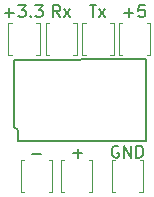
<source format=gto>
G04 #@! TF.GenerationSoftware,KiCad,Pcbnew,(6.0.1)*
G04 #@! TF.CreationDate,2022-05-17T23:19:47+03:00*
G04 #@! TF.ProjectId,hellen1test,68656c6c-656e-4317-9465-73742e6b6963,b*
G04 #@! TF.SameCoordinates,PX141f5e0PYa2cace0*
G04 #@! TF.FileFunction,Legend,Top*
G04 #@! TF.FilePolarity,Positive*
%FSLAX46Y46*%
G04 Gerber Fmt 4.6, Leading zero omitted, Abs format (unit mm)*
G04 Created by KiCad (PCBNEW (6.0.1)) date 2022-05-17 23:19:47*
%MOMM*%
%LPD*%
G01*
G04 APERTURE LIST*
%ADD10C,0.200000*%
%ADD11C,0.120000*%
G04 APERTURE END LIST*
D10*
X9738095Y4300000D02*
X9642857Y4347620D01*
X9500000Y4347620D01*
X9357142Y4300000D01*
X9261904Y4204762D01*
X9214285Y4109524D01*
X9166666Y3919048D01*
X9166666Y3776191D01*
X9214285Y3585715D01*
X9261904Y3490477D01*
X9357142Y3395239D01*
X9500000Y3347620D01*
X9595238Y3347620D01*
X9738095Y3395239D01*
X9785714Y3442858D01*
X9785714Y3776191D01*
X9595238Y3776191D01*
X10214285Y3347620D02*
X10214285Y4347620D01*
X10785714Y3347620D01*
X10785714Y4347620D01*
X11261904Y3347620D02*
X11261904Y4347620D01*
X11500000Y4347620D01*
X11642857Y4300000D01*
X11738095Y4204762D01*
X11785714Y4109524D01*
X11833333Y3919048D01*
X11833333Y3776191D01*
X11785714Y3585715D01*
X11738095Y3490477D01*
X11642857Y3395239D01*
X11500000Y3347620D01*
X11261904Y3347620D01*
X10242857Y15628572D02*
X11004761Y15628572D01*
X10623809Y15247620D02*
X10623809Y16009524D01*
X11957142Y16247620D02*
X11480952Y16247620D01*
X11433333Y15771429D01*
X11480952Y15819048D01*
X11576190Y15866667D01*
X11814285Y15866667D01*
X11909523Y15819048D01*
X11957142Y15771429D01*
X12004761Y15676191D01*
X12004761Y15438096D01*
X11957142Y15342858D01*
X11909523Y15295239D01*
X11814285Y15247620D01*
X11576190Y15247620D01*
X11480952Y15295239D01*
X11433333Y15342858D01*
X7309523Y16247620D02*
X7880952Y16247620D01*
X7595238Y15247620D02*
X7595238Y16247620D01*
X8119047Y15247620D02*
X8642857Y15914286D01*
X8119047Y15914286D02*
X8642857Y15247620D01*
X4804761Y15247620D02*
X4471428Y15723810D01*
X4233333Y15247620D02*
X4233333Y16247620D01*
X4614285Y16247620D01*
X4709523Y16200000D01*
X4757142Y16152381D01*
X4804761Y16057143D01*
X4804761Y15914286D01*
X4757142Y15819048D01*
X4709523Y15771429D01*
X4614285Y15723810D01*
X4233333Y15723810D01*
X5138095Y15247620D02*
X5661904Y15914286D01*
X5138095Y15914286D02*
X5661904Y15247620D01*
X128571Y15628572D02*
X890476Y15628572D01*
X509523Y15247620D02*
X509523Y16009524D01*
X1271428Y16247620D02*
X1890476Y16247620D01*
X1557142Y15866667D01*
X1700000Y15866667D01*
X1795238Y15819048D01*
X1842857Y15771429D01*
X1890476Y15676191D01*
X1890476Y15438096D01*
X1842857Y15342858D01*
X1795238Y15295239D01*
X1700000Y15247620D01*
X1414285Y15247620D01*
X1319047Y15295239D01*
X1271428Y15342858D01*
X2319047Y15342858D02*
X2366666Y15295239D01*
X2319047Y15247620D01*
X2271428Y15295239D01*
X2319047Y15342858D01*
X2319047Y15247620D01*
X2700000Y16247620D02*
X3319047Y16247620D01*
X2985714Y15866667D01*
X3128571Y15866667D01*
X3223809Y15819048D01*
X3271428Y15771429D01*
X3319047Y15676191D01*
X3319047Y15438096D01*
X3271428Y15342858D01*
X3223809Y15295239D01*
X3128571Y15247620D01*
X2842857Y15247620D01*
X2747619Y15295239D01*
X2700000Y15342858D01*
X2419047Y3628572D02*
X3180952Y3628572D01*
X5919047Y3728572D02*
X6680952Y3728572D01*
X6300000Y3347620D02*
X6300000Y4109524D01*
D11*
G04 #@! TO.C,P7*
X5164462Y470000D02*
X4870000Y470000D01*
X4870000Y3130000D02*
X4870000Y470000D01*
X5175627Y3130000D02*
X4870000Y3130000D01*
X7530000Y470000D02*
X7530000Y3130000D01*
X7235538Y3130000D02*
X7530000Y3130000D01*
X7224373Y470000D02*
X7530000Y470000D01*
G04 #@! TO.C,P2*
X2795538Y14730000D02*
X3090000Y14730000D01*
X735627Y14730000D02*
X430000Y14730000D01*
X724462Y12070000D02*
X430000Y12070000D01*
X2784373Y12070000D02*
X3090000Y12070000D01*
X430000Y14730000D02*
X430000Y12070000D01*
X3090000Y12070000D02*
X3090000Y14730000D01*
G04 #@! TO.C,P1*
X12124373Y12070000D02*
X12430000Y12070000D01*
X9770000Y14730000D02*
X9770000Y12070000D01*
X10064462Y12070000D02*
X9770000Y12070000D01*
X12430000Y12070000D02*
X12430000Y14730000D01*
X10075627Y14730000D02*
X9770000Y14730000D01*
X12135538Y14730000D02*
X12430000Y14730000D01*
D10*
G04 #@! TO.C,M1*
X937499Y11629142D02*
X12112499Y11667989D01*
X937499Y5931661D02*
X937499Y11629142D01*
X1212503Y4781663D02*
X1212505Y4781660D01*
X12112499Y4781660D02*
X12112499Y11667989D01*
X1212503Y4781663D02*
X1212503Y5656657D01*
X937499Y5931661D02*
X1212503Y5656657D01*
X1212505Y4781660D02*
X12112499Y4781660D01*
D11*
G04 #@! TO.C,P6*
X1764462Y470000D02*
X1470000Y470000D01*
X4130000Y470000D02*
X4130000Y3130000D01*
X3835538Y3130000D02*
X4130000Y3130000D01*
X1470000Y3130000D02*
X1470000Y470000D01*
X3824373Y470000D02*
X4130000Y470000D01*
X1775627Y3130000D02*
X1470000Y3130000D01*
G04 #@! TO.C,P3*
X5935538Y14730000D02*
X6230000Y14730000D01*
X5924373Y12070000D02*
X6230000Y12070000D01*
X3875627Y14730000D02*
X3570000Y14730000D01*
X3570000Y14730000D02*
X3570000Y12070000D01*
X3864462Y12070000D02*
X3570000Y12070000D01*
X6230000Y12070000D02*
X6230000Y14730000D01*
G04 #@! TO.C,P5*
X11830000Y470000D02*
X11830000Y3130000D01*
X11535538Y3130000D02*
X11830000Y3130000D01*
X11524373Y470000D02*
X11830000Y470000D01*
X9464462Y470000D02*
X9170000Y470000D01*
X9170000Y3130000D02*
X9170000Y470000D01*
X9475627Y3130000D02*
X9170000Y3130000D01*
G04 #@! TO.C,P4*
X6670000Y14730000D02*
X6670000Y12070000D01*
X9024373Y12070000D02*
X9330000Y12070000D01*
X6975627Y14730000D02*
X6670000Y14730000D01*
X9330000Y12070000D02*
X9330000Y14730000D01*
X9035538Y14730000D02*
X9330000Y14730000D01*
X6964462Y12070000D02*
X6670000Y12070000D01*
G04 #@! TD*
M02*

</source>
